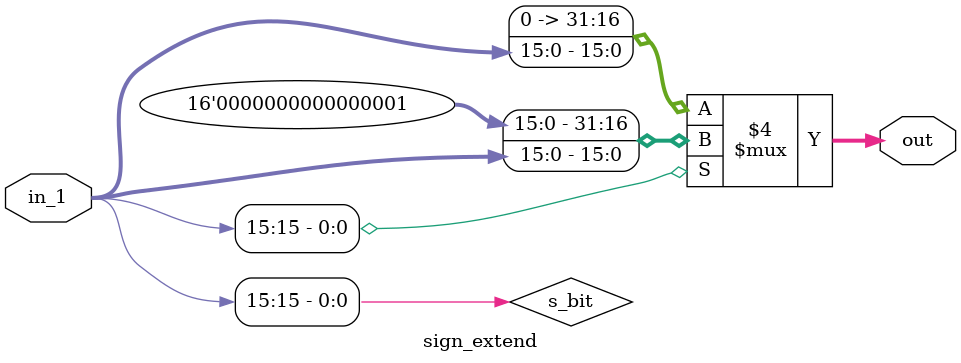
<source format=v>
`timescale 1ns / 1ps

module sign_extend(in_1,out);
input [15:0] in_1;
output reg [31:0] out;

wire s_bit = in_1[15];
always @(*) begin
       if(s_bit == 1)
           out = {16'b1,in_1};
       else
           out = {16'b0,in_1};
end
endmodule

</source>
